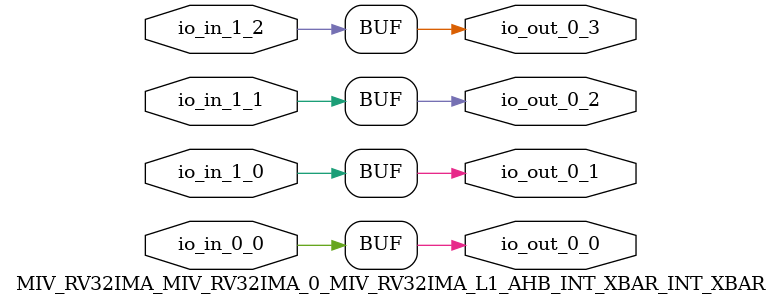
<source format=v>
`define RANDOMIZE
`timescale 1ns/10ps
module MIV_RV32IMA_MIV_RV32IMA_0_MIV_RV32IMA_L1_AHB_INT_XBAR_INT_XBAR(
  input   io_in_1_0,
  input   io_in_1_1,
  input   io_in_1_2,
  input   io_in_0_0,
  output  io_out_0_0,
  output  io_out_0_1,
  output  io_out_0_2,
  output  io_out_0_3
);
  assign io_out_0_0 = io_in_0_0;
  assign io_out_0_1 = io_in_1_0;
  assign io_out_0_2 = io_in_1_1;
  assign io_out_0_3 = io_in_1_2;
endmodule

</source>
